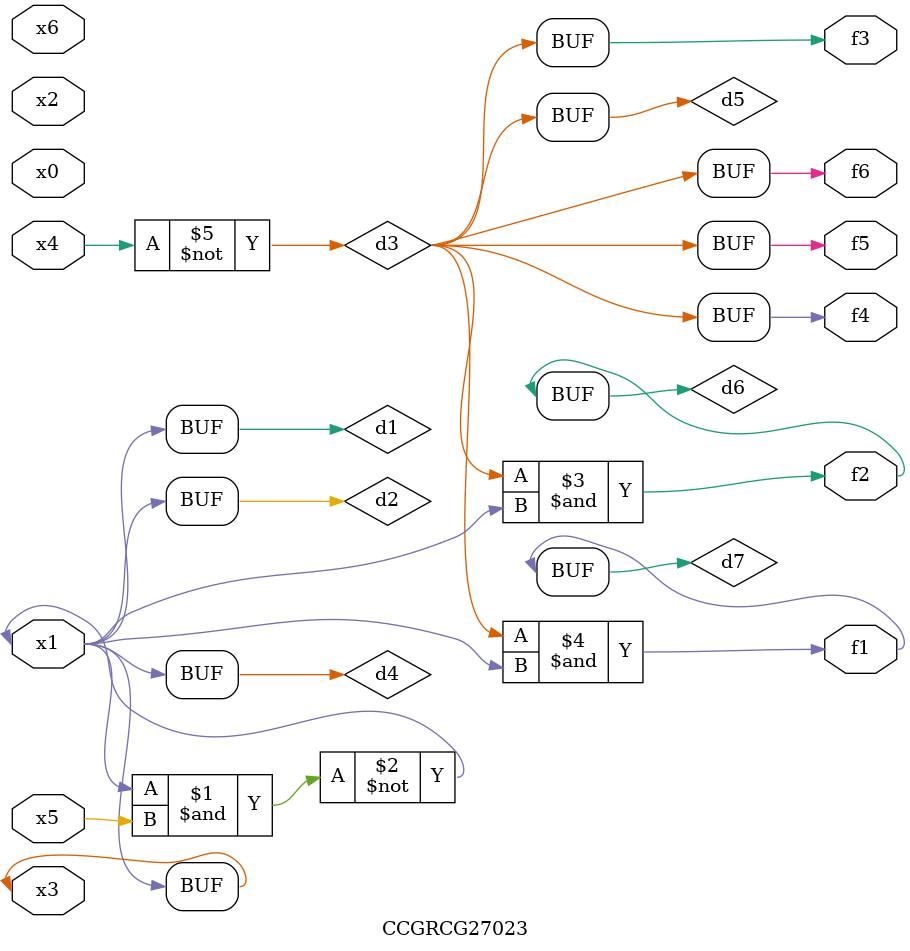
<source format=v>
module CCGRCG27023(
	input x0, x1, x2, x3, x4, x5, x6,
	output f1, f2, f3, f4, f5, f6
);

	wire d1, d2, d3, d4, d5, d6, d7;

	buf (d1, x1, x3);
	nand (d2, x1, x5);
	not (d3, x4);
	buf (d4, d1, d2);
	buf (d5, d3);
	and (d6, d3, d4);
	and (d7, d3, d4);
	assign f1 = d7;
	assign f2 = d6;
	assign f3 = d5;
	assign f4 = d5;
	assign f5 = d5;
	assign f6 = d5;
endmodule

</source>
